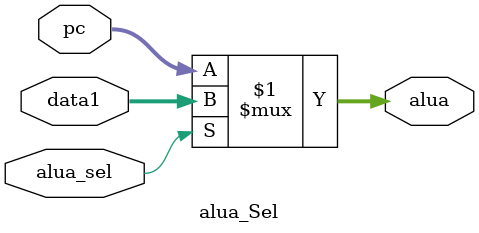
<source format=v>
module alua_Sel (
    input [31:0] pc,
    input [31:0] data1,
    input alua_sel,
    output [31:0] alua
);
    assign alua = alua_sel ? data1:pc; // 1 data1, 0 pc 
endmodule
</source>
